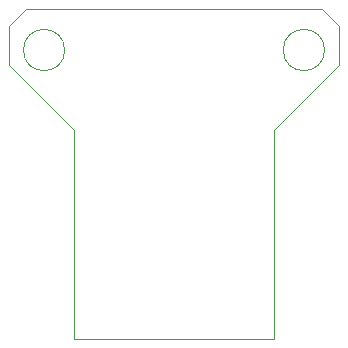
<source format=gbr>
%TF.GenerationSoftware,KiCad,Pcbnew,8.0.8-8.0.8-0~ubuntu24.04.1*%
%TF.CreationDate,2025-05-21T16:54:00-05:00*%
%TF.ProjectId,picowasabi,7069636f-7761-4736-9162-692e6b696361,rev?*%
%TF.SameCoordinates,Original*%
%TF.FileFunction,Profile,NP*%
%FSLAX46Y46*%
G04 Gerber Fmt 4.6, Leading zero omitted, Abs format (unit mm)*
G04 Created by KiCad (PCBNEW 8.0.8-8.0.8-0~ubuntu24.04.1) date 2025-05-21 16:54:00*
%MOMM*%
%LPD*%
G01*
G04 APERTURE LIST*
%TA.AperFunction,Profile*%
%ADD10C,0.050000*%
%TD*%
G04 APERTURE END LIST*
D10*
X118000000Y-98500000D02*
X119500000Y-97000000D01*
X118000000Y-101750000D02*
X118000000Y-98500000D01*
X118000000Y-101750000D02*
X123500000Y-107250000D01*
X122750000Y-100500000D02*
G75*
G02*
X119250000Y-100500000I-1750000J0D01*
G01*
X119250000Y-100500000D02*
G75*
G02*
X122750000Y-100500000I1750000J0D01*
G01*
X144500000Y-97000000D02*
X119500000Y-97000000D01*
X146000000Y-98500000D02*
X144500000Y-97000000D01*
X146000000Y-101750000D02*
X146000000Y-98500000D01*
X140500000Y-107250000D02*
X146000000Y-101750000D01*
X144750000Y-100500000D02*
G75*
G02*
X141250000Y-100500000I-1750000J0D01*
G01*
X141250000Y-100500000D02*
G75*
G02*
X144750000Y-100500000I1750000J0D01*
G01*
X123500000Y-125000000D02*
X140500000Y-125000000D01*
X123500000Y-107250000D02*
X123500000Y-125000000D01*
X140500000Y-107250000D02*
X140500000Y-125000000D01*
M02*

</source>
